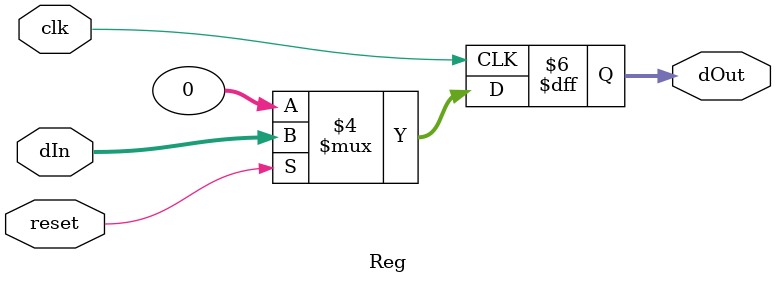
<source format=v>
`timescale 1ns / 1ps


module Reg #(parameter width = 32)
   (input clk,reset,
    input [width-1 : 0]     dIn,
    output reg [width-1 :0] dOut);
   always @(posedge clk )
     begin
        if(reset==0)
          dOut <=32'h00000000;
        else
          // if(!den)
            dOut <= dIn;
     end
endmodule // Reg
</source>
